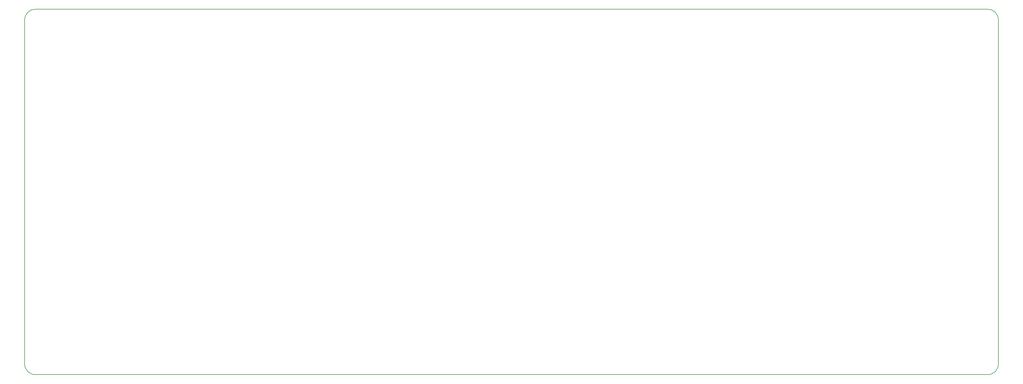
<source format=gm1>
G04 #@! TF.GenerationSoftware,KiCad,Pcbnew,(5.1.10)-1*
G04 #@! TF.CreationDate,2021-10-13T00:14:03-04:00*
G04 #@! TF.ProjectId,delight-pcb,64656c69-6768-4742-9d70-63622e6b6963,rev?*
G04 #@! TF.SameCoordinates,Original*
G04 #@! TF.FileFunction,Profile,NP*
%FSLAX46Y46*%
G04 Gerber Fmt 4.6, Leading zero omitted, Abs format (unit mm)*
G04 Created by KiCad (PCBNEW (5.1.10)-1) date 2021-10-13 00:14:03*
%MOMM*%
%LPD*%
G01*
G04 APERTURE LIST*
G04 #@! TA.AperFunction,Profile*
%ADD10C,0.150000*%
G04 #@! TD*
G04 APERTURE END LIST*
D10*
X366275250Y-77470000D02*
G75*
G02*
X369582309Y-80777059I0J-3307059D01*
G01*
X366275250Y-191932219D02*
X67998441Y-191932219D01*
X369582309Y-80777059D02*
X369582309Y-188625160D01*
X67995441Y-77470000D02*
X366275250Y-77470000D01*
X64688382Y-188628159D02*
X64688382Y-80777059D01*
X369582309Y-188625160D02*
G75*
G02*
X366275250Y-191932219I-3307059J0D01*
G01*
X67998441Y-191932218D02*
G75*
G02*
X64688382Y-188628159I-3000J3307059D01*
G01*
X64688382Y-80777059D02*
G75*
G02*
X67995441Y-77470000I3307059J0D01*
G01*
M02*

</source>
